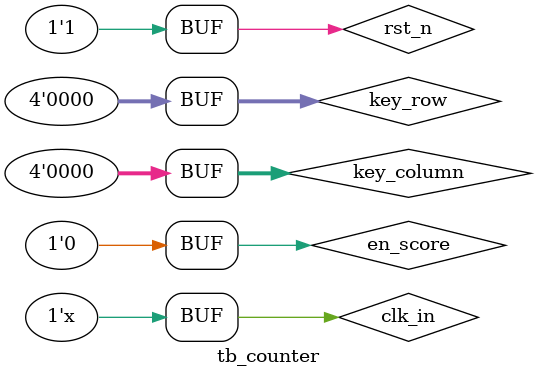
<source format=v>
module tb_counter;
// Inputs
reg rst_n;
reg clk_in;
reg en_score;
reg [3:0]key_row;
reg [3:0]key_column;
wire [15:0] score;

counter uut (
.rst_n(rst_n), 
.clk_in(clk_in), 
.en_score(en_score), 
.key_row(key_row), 
.key_column(key_column), 
.score(score)
);

initial begin
// Initialize Inputs
rst_n = 0;
clk_in = 1;
//Ê¹ÄÜÐÅºÅ
en_score = 0;
//°´¼ü
key_row = 4'b0000;
key_column = 4'b0000;

#1780;
rst_n = 1;
en_score = 1;
//»Æ¶ÓµÃ·Ö
#1040;
key_row = 4'b1000;
key_column = 4'b0001; 
#1000
key_row = 4'b0001;
key_column = 4'b0001; 
#1880;

key_row = 4'b1000;
key_column = 4'b0001; 
#1000
key_row = 4'b0001;
key_column = 4'b0010; 

#1880;
key_row = 4'b1000;
key_column = 4'b0001; 
#1000
key_row = 4'b0001;
key_column = 4'b0100; 

//ºì¶ÓµÃ·Ö
#1880;
key_row = 4'b1000;
key_column = 4'b0100; 
#1000
key_row = 4'b0001;
key_column = 4'b0001; 

#1880;
key_row = 4'b1000;
key_column = 4'b0100; 
#1000
key_row = 4'b0001;
key_column = 4'b0010; 

#1880;
key_row = 4'b1000; 
key_column = 4'b0100; 
#1000
key_row = 4'b0001;
key_column = 4'b0100;  

#1800;
en_score = 0;
key_row = 4'b1000;
key_column = 4'b0100; 
#1000
key_row = 4'b0001;
key_column = 4'b0010; 

#1880;
key_row = 4'b0000;
key_column = 4'b0000;

end
always #10 clk_in = ~clk_in;  
endmodule


</source>
